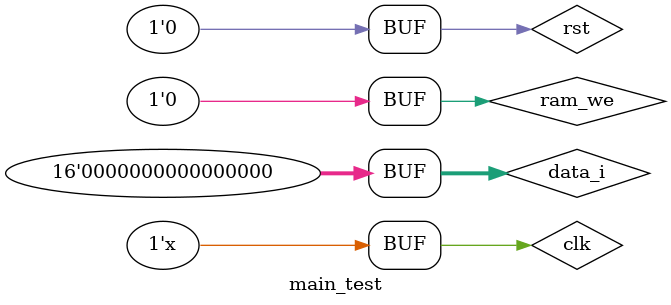
<source format=v>
`timescale 1ns / 1ps

module main_test();
    reg clk;
    reg rst;
    reg ram_we = 0;
    reg [15:0] data_i = 0;
    
    wire [2:0] sel_a;
    wire [2:0] sel_b;
    wire [2:0] sel_d;
    wire [15:0] data_a;
    wire [15:0] data_b;
    wire [15:0] data_d;
    wire [4:0] aluop;
    wire [7:0] imm;
    wire [15:0] data_o;
    wire [1:0] opcode;
    wire [15:0] pco;
    
    wire shld_branch;
    wire enfetch;
    wire enalu;
    wire endec;
    wire enmem;
    wire enrgrd;
    wire enrgwr;
    wire regwe;
    wire update;
    
    assign enrgwr = regwe & update;
    assign opcode = (rst) ? 2'b11 : ((shld_branch) ? 2'b10 : ((enalu) ? 2'b01 : 2'b00));
    
    reg_file UUT1(
        clk,
        enrgrd,
        enrgwr,
        sel_a,
        sel_b,
        sel_d,
        data_d,
        
        data_a,
        data_b
    );
    
    inst_dec UUT2(
        clk,
        endec,
        data_o,
        aluop,
        sel_a,
        sel_b,
        sel_d,
        imm,
        regwe
    );
    
    alu UUT3(
        clk,
        enalu,
        aluop,
        data_a,
        data_b,
        imm,
        data_d,
        shld_branch
    );
    
    ctrl_unit UUT4(
        clk,
        rst,
        enfetch,
        endec,
        enrgrd,
        enalu,
        update,
        enmem
    );
    
    pc_unit UUT5(
        clk,
        opcode,
        data_d,
        pco
    );
    
    fake_ram UUT6(
        clk,
        ram_we,
        pco,
        data_i,
        data_o
    );
    
    initial begin
        clk = 0;
        rst = 1;
        #20;
        rst = 0;
    end
    
    always begin
        #5;
        clk = ~clk;
    end
    
endmodule

</source>
